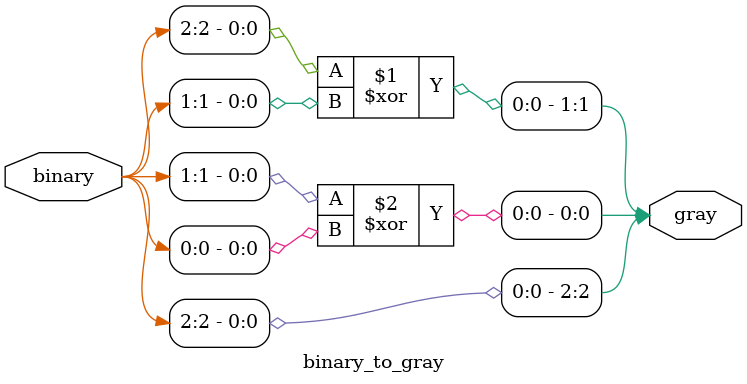
<source format=v>
module binary_to_gray (
    input [2:0] binary,  // 3-bit Binary input
    output [2:0] gray    // 3-bit Gray code output
);

    // Conversion logic: Gray[i] = Binary[i] ^ Binary[i+1]
    assign gray[2] = binary[2];                // MSB stays the same
    assign gray[1] = binary[2] ^ binary[1];    // XOR for each subsequent bit
    assign gray[0] = binary[1] ^ binary[0];

endmodule


</source>
